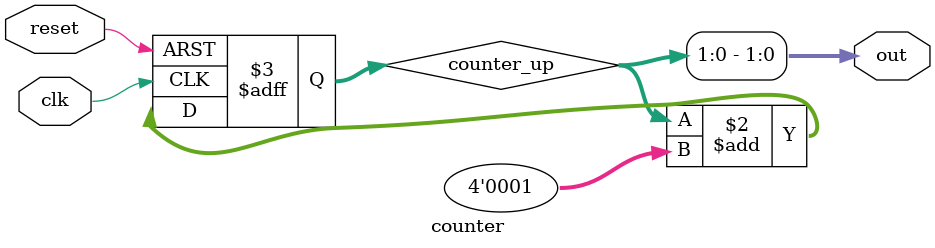
<source format=sv>
module counter
  #(   parameter N = 2)   ( input               clk,
    input               reset,
     output   reg [N-1:0] out);
reg [3:0] counter_up;

// up counter
always @(posedge clk or posedge reset)
begin
if(reset)
 counter_up <= 4'd0;
else
 counter_up <= counter_up + 4'd1;
end 
assign out = counter_up;
endmodule
 
</source>
